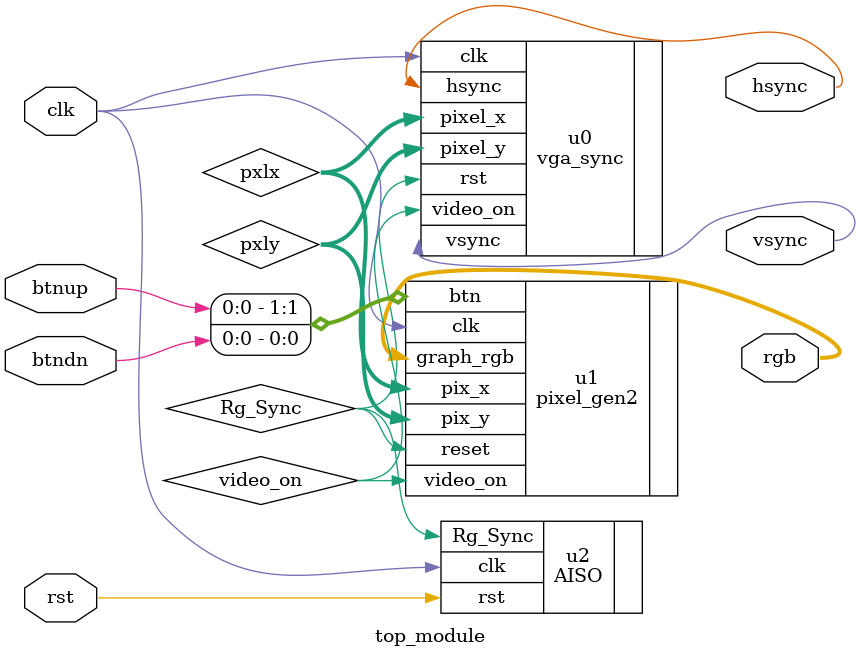
<source format=v>
`timescale 1ns / 1ps
module top_module(clk, rst, btnup, btndn, hsync, vsync, rgb);
   // Inputs
   input         clk,rst;
   input         btnup, btndn;
   
   // Outputs
   output        hsync, vsync;
   output [11:0] rgb;
   
   // Wires
   wire          Rg_Sync, video_on;
   
   wire          btnup, btndn;
   wire   [9:0]  pxlx;
   wire   [9:0]  pxly;
 
   
  
  
   
   
   // Instantiations
   vga_sync   u0(.clk(clk),
                 .rst(Rg_Sync),
                 .hsync(hsync),
                 .vsync(vsync),
                 .pixel_x(pxlx),
                 .pixel_y(pxly),
                 .video_on(video_on)
                 );
                 
    
 
    pixel_gen2 u1(.clk(clk),
                  .reset(Rg_Sync),
                  .video_on(video_on),
                  .btn({btnup,btndn}),
                  .pix_x(pxlx),
                  .pix_y(pxly),
                  .graph_rgb(rgb) 
                 );
                 
     //clk,rst, Rg_Sync
     
     AISO      u2(.clk(clk),
                  .rst(rst),
                  .Rg_Sync(Rg_Sync)
                  );
                  
    
            
  

endmodule

</source>
